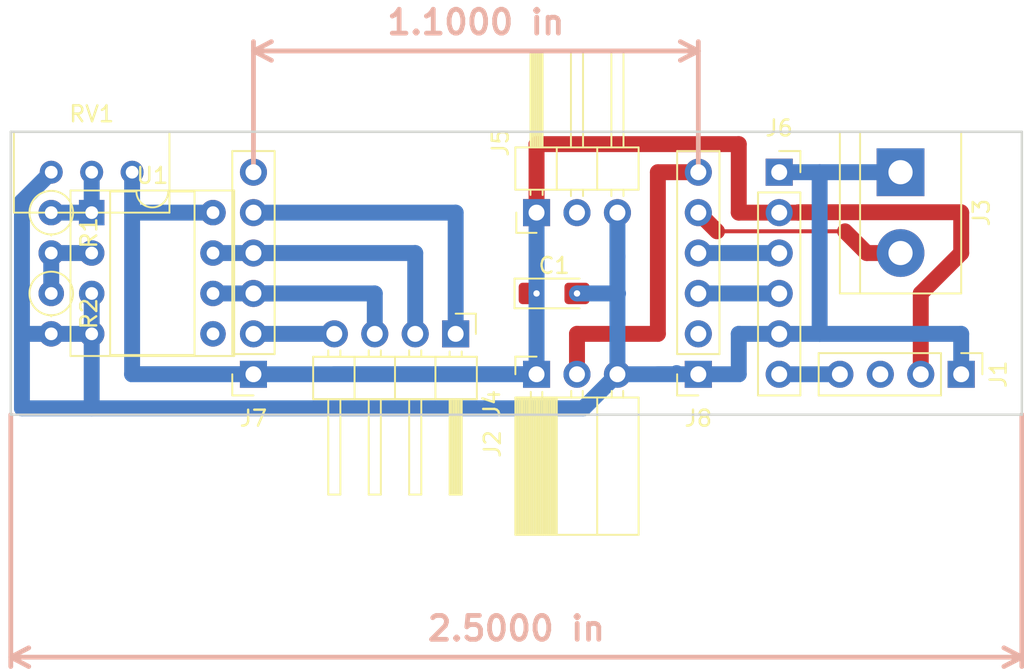
<source format=kicad_pcb>
(kicad_pcb (version 20171130) (host pcbnew "(5.0.1-3-g963ef8bb5)")

  (general
    (thickness 1.6)
    (drawings 6)
    (tracks 71)
    (zones 0)
    (modules 13)
    (nets 15)
  )

  (page A4)
  (layers
    (0 F.Cu signal)
    (31 B.Cu signal)
    (32 B.Adhes user)
    (33 F.Adhes user)
    (34 B.Paste user)
    (35 F.Paste user)
    (36 B.SilkS user)
    (37 F.SilkS user)
    (38 B.Mask user)
    (39 F.Mask user)
    (40 Dwgs.User user)
    (41 Cmts.User user)
    (42 Eco1.User user)
    (43 Eco2.User user)
    (44 Edge.Cuts user)
    (45 Margin user)
    (46 B.CrtYd user)
    (47 F.CrtYd user)
    (48 B.Fab user)
    (49 F.Fab user)
  )

  (setup
    (last_trace_width 1)
    (trace_clearance 0.2)
    (zone_clearance 0.508)
    (zone_45_only no)
    (trace_min 0.2)
    (segment_width 0.2)
    (edge_width 0.15)
    (via_size 0.8)
    (via_drill 0.4)
    (via_min_size 0.4)
    (via_min_drill 0.3)
    (uvia_size 0.3)
    (uvia_drill 0.1)
    (uvias_allowed no)
    (uvia_min_size 0.2)
    (uvia_min_drill 0.1)
    (pcb_text_width 0.3)
    (pcb_text_size 1.5 1.5)
    (mod_edge_width 0.15)
    (mod_text_size 1 1)
    (mod_text_width 0.15)
    (pad_size 1.524 1.524)
    (pad_drill 0.762)
    (pad_to_mask_clearance 0.051)
    (solder_mask_min_width 0.25)
    (aux_axis_origin 0 0)
    (visible_elements FFFFFF7F)
    (pcbplotparams
      (layerselection 0x010fc_ffffffff)
      (usegerberextensions false)
      (usegerberattributes false)
      (usegerberadvancedattributes false)
      (creategerberjobfile false)
      (excludeedgelayer true)
      (linewidth 0.100000)
      (plotframeref false)
      (viasonmask false)
      (mode 1)
      (useauxorigin false)
      (hpglpennumber 1)
      (hpglpenspeed 20)
      (hpglpendiameter 15.000000)
      (psnegative false)
      (psa4output false)
      (plotreference true)
      (plotvalue true)
      (plotinvisibletext false)
      (padsonsilk false)
      (subtractmaskfromsilk false)
      (outputformat 1)
      (mirror false)
      (drillshape 1)
      (scaleselection 1)
      (outputdirectory ""))
  )

  (net 0 "")
  (net 1 +3V3)
  (net 2 GND)
  (net 3 GPIO5)
  (net 4 GPIO4)
  (net 5 MOSI)
  (net 6 MISO)
  (net 7 SCK)
  (net 8 GPIO16)
  (net 9 GPIO0)
  (net 10 GPIO2)
  (net 11 GPIO15)
  (net 12 MIC)
  (net 13 "Net-(R1-Pad1)")
  (net 14 AUD_OUT)

  (net_class Default "This is the default net class."
    (clearance 0.2)
    (trace_width 1)
    (via_dia 0.8)
    (via_drill 0.4)
    (uvia_dia 0.3)
    (uvia_drill 0.1)
    (add_net +3V3)
    (add_net AUD_OUT)
    (add_net GND)
    (add_net GPIO0)
    (add_net GPIO15)
    (add_net GPIO16)
    (add_net GPIO2)
    (add_net GPIO4)
    (add_net GPIO5)
    (add_net MIC)
    (add_net MISO)
    (add_net MOSI)
    (add_net "Net-(R1-Pad1)")
    (add_net SCK)
  )

  (module Connector_PinSocket_2.54mm:PinSocket_1x03_P2.54mm_Horizontal (layer F.Cu) (tedit 5A19A429) (tstamp 5BF6C0C5)
    (at 81.28 50.8 90)
    (descr "Through hole angled socket strip, 1x03, 2.54mm pitch, 8.51mm socket length, single row (from Kicad 4.0.7), script generated")
    (tags "Through hole angled socket strip THT 1x03 2.54mm single row")
    (path /5BF5F34C)
    (fp_text reference J2 (at -4.38 -2.77 90) (layer F.SilkS)
      (effects (font (size 1 1) (thickness 0.15)))
    )
    (fp_text value LOCK (at -4.38 7.85 90) (layer F.Fab)
      (effects (font (size 1 1) (thickness 0.15)))
    )
    (fp_line (start -10.03 -1.27) (end -2.49 -1.27) (layer F.Fab) (width 0.1))
    (fp_line (start -2.49 -1.27) (end -1.52 -0.3) (layer F.Fab) (width 0.1))
    (fp_line (start -1.52 -0.3) (end -1.52 6.35) (layer F.Fab) (width 0.1))
    (fp_line (start -1.52 6.35) (end -10.03 6.35) (layer F.Fab) (width 0.1))
    (fp_line (start -10.03 6.35) (end -10.03 -1.27) (layer F.Fab) (width 0.1))
    (fp_line (start 0 -0.3) (end -1.52 -0.3) (layer F.Fab) (width 0.1))
    (fp_line (start -1.52 0.3) (end 0 0.3) (layer F.Fab) (width 0.1))
    (fp_line (start 0 0.3) (end 0 -0.3) (layer F.Fab) (width 0.1))
    (fp_line (start 0 2.24) (end -1.52 2.24) (layer F.Fab) (width 0.1))
    (fp_line (start -1.52 2.84) (end 0 2.84) (layer F.Fab) (width 0.1))
    (fp_line (start 0 2.84) (end 0 2.24) (layer F.Fab) (width 0.1))
    (fp_line (start 0 4.78) (end -1.52 4.78) (layer F.Fab) (width 0.1))
    (fp_line (start -1.52 5.38) (end 0 5.38) (layer F.Fab) (width 0.1))
    (fp_line (start 0 5.38) (end 0 4.78) (layer F.Fab) (width 0.1))
    (fp_line (start -10.09 -1.21) (end -1.46 -1.21) (layer F.SilkS) (width 0.12))
    (fp_line (start -10.09 -1.091905) (end -1.46 -1.091905) (layer F.SilkS) (width 0.12))
    (fp_line (start -10.09 -0.97381) (end -1.46 -0.97381) (layer F.SilkS) (width 0.12))
    (fp_line (start -10.09 -0.855715) (end -1.46 -0.855715) (layer F.SilkS) (width 0.12))
    (fp_line (start -10.09 -0.73762) (end -1.46 -0.73762) (layer F.SilkS) (width 0.12))
    (fp_line (start -10.09 -0.619525) (end -1.46 -0.619525) (layer F.SilkS) (width 0.12))
    (fp_line (start -10.09 -0.50143) (end -1.46 -0.50143) (layer F.SilkS) (width 0.12))
    (fp_line (start -10.09 -0.383335) (end -1.46 -0.383335) (layer F.SilkS) (width 0.12))
    (fp_line (start -10.09 -0.26524) (end -1.46 -0.26524) (layer F.SilkS) (width 0.12))
    (fp_line (start -10.09 -0.147145) (end -1.46 -0.147145) (layer F.SilkS) (width 0.12))
    (fp_line (start -10.09 -0.02905) (end -1.46 -0.02905) (layer F.SilkS) (width 0.12))
    (fp_line (start -10.09 0.089045) (end -1.46 0.089045) (layer F.SilkS) (width 0.12))
    (fp_line (start -10.09 0.20714) (end -1.46 0.20714) (layer F.SilkS) (width 0.12))
    (fp_line (start -10.09 0.325235) (end -1.46 0.325235) (layer F.SilkS) (width 0.12))
    (fp_line (start -10.09 0.44333) (end -1.46 0.44333) (layer F.SilkS) (width 0.12))
    (fp_line (start -10.09 0.561425) (end -1.46 0.561425) (layer F.SilkS) (width 0.12))
    (fp_line (start -10.09 0.67952) (end -1.46 0.67952) (layer F.SilkS) (width 0.12))
    (fp_line (start -10.09 0.797615) (end -1.46 0.797615) (layer F.SilkS) (width 0.12))
    (fp_line (start -10.09 0.91571) (end -1.46 0.91571) (layer F.SilkS) (width 0.12))
    (fp_line (start -10.09 1.033805) (end -1.46 1.033805) (layer F.SilkS) (width 0.12))
    (fp_line (start -10.09 1.1519) (end -1.46 1.1519) (layer F.SilkS) (width 0.12))
    (fp_line (start -1.46 -0.36) (end -1.11 -0.36) (layer F.SilkS) (width 0.12))
    (fp_line (start -1.46 0.36) (end -1.11 0.36) (layer F.SilkS) (width 0.12))
    (fp_line (start -1.46 2.18) (end -1.05 2.18) (layer F.SilkS) (width 0.12))
    (fp_line (start -1.46 2.9) (end -1.05 2.9) (layer F.SilkS) (width 0.12))
    (fp_line (start -1.46 4.72) (end -1.05 4.72) (layer F.SilkS) (width 0.12))
    (fp_line (start -1.46 5.44) (end -1.05 5.44) (layer F.SilkS) (width 0.12))
    (fp_line (start -10.09 1.27) (end -1.46 1.27) (layer F.SilkS) (width 0.12))
    (fp_line (start -10.09 3.81) (end -1.46 3.81) (layer F.SilkS) (width 0.12))
    (fp_line (start -10.09 -1.33) (end -1.46 -1.33) (layer F.SilkS) (width 0.12))
    (fp_line (start -1.46 -1.33) (end -1.46 6.41) (layer F.SilkS) (width 0.12))
    (fp_line (start -10.09 6.41) (end -1.46 6.41) (layer F.SilkS) (width 0.12))
    (fp_line (start -10.09 -1.33) (end -10.09 6.41) (layer F.SilkS) (width 0.12))
    (fp_line (start 1.11 -1.33) (end 1.11 0) (layer F.SilkS) (width 0.12))
    (fp_line (start 0 -1.33) (end 1.11 -1.33) (layer F.SilkS) (width 0.12))
    (fp_line (start 1.75 -1.8) (end -10.55 -1.8) (layer F.CrtYd) (width 0.05))
    (fp_line (start -10.55 -1.8) (end -10.55 6.85) (layer F.CrtYd) (width 0.05))
    (fp_line (start -10.55 6.85) (end 1.75 6.85) (layer F.CrtYd) (width 0.05))
    (fp_line (start 1.75 6.85) (end 1.75 -1.8) (layer F.CrtYd) (width 0.05))
    (fp_text user %R (at -5.775 2.54 90) (layer F.Fab)
      (effects (font (size 1 1) (thickness 0.15)))
    )
    (pad 1 thru_hole rect (at 0 0 90) (size 1.7 1.7) (drill 1) (layers *.Cu *.Mask)
      (net 1 +3V3))
    (pad 2 thru_hole oval (at 0 2.54 90) (size 1.7 1.7) (drill 1) (layers *.Cu *.Mask)
      (net 3 GPIO5))
    (pad 3 thru_hole oval (at 0 5.08 90) (size 1.7 1.7) (drill 1) (layers *.Cu *.Mask)
      (net 2 GND))
    (model ${KISYS3DMOD}/Connector_PinSocket_2.54mm.3dshapes/PinSocket_1x03_P2.54mm_Horizontal.wrl
      (at (xyz 0 0 0))
      (scale (xyz 1 1 1))
      (rotate (xyz 0 0 0))
    )
  )

  (module TerminalBlock:TerminalBlock_bornier-2_P5.08mm (layer F.Cu) (tedit 59FF03AB) (tstamp 5BF6C0DA)
    (at 104.14 38.1 270)
    (descr "simple 2-pin terminal block, pitch 5.08mm, revamped version of bornier2")
    (tags "terminal block bornier2")
    (path /5BF7A932)
    (fp_text reference J3 (at 2.54 -5.08 270) (layer F.SilkS)
      (effects (font (size 1 1) (thickness 0.15)))
    )
    (fp_text value "DOOR BELL BUTTON" (at 2.54 5.08 270) (layer F.Fab)
      (effects (font (size 1 1) (thickness 0.15)))
    )
    (fp_text user %R (at 2.54 0 270) (layer F.Fab)
      (effects (font (size 1 1) (thickness 0.15)))
    )
    (fp_line (start -2.41 2.55) (end 7.49 2.55) (layer F.Fab) (width 0.1))
    (fp_line (start -2.46 -3.75) (end -2.46 3.75) (layer F.Fab) (width 0.1))
    (fp_line (start -2.46 3.75) (end 7.54 3.75) (layer F.Fab) (width 0.1))
    (fp_line (start 7.54 3.75) (end 7.54 -3.75) (layer F.Fab) (width 0.1))
    (fp_line (start 7.54 -3.75) (end -2.46 -3.75) (layer F.Fab) (width 0.1))
    (fp_line (start 7.62 2.54) (end -2.54 2.54) (layer F.SilkS) (width 0.12))
    (fp_line (start 7.62 3.81) (end 7.62 -3.81) (layer F.SilkS) (width 0.12))
    (fp_line (start 7.62 -3.81) (end -2.54 -3.81) (layer F.SilkS) (width 0.12))
    (fp_line (start -2.54 -3.81) (end -2.54 3.81) (layer F.SilkS) (width 0.12))
    (fp_line (start -2.54 3.81) (end 7.62 3.81) (layer F.SilkS) (width 0.12))
    (fp_line (start -2.71 -4) (end 7.79 -4) (layer F.CrtYd) (width 0.05))
    (fp_line (start -2.71 -4) (end -2.71 4) (layer F.CrtYd) (width 0.05))
    (fp_line (start 7.79 4) (end 7.79 -4) (layer F.CrtYd) (width 0.05))
    (fp_line (start 7.79 4) (end -2.71 4) (layer F.CrtYd) (width 0.05))
    (pad 1 thru_hole rect (at 0 0 270) (size 3 3) (drill 1.52) (layers *.Cu *.Mask)
      (net 2 GND))
    (pad 2 thru_hole circle (at 5.08 0 270) (size 3 3) (drill 1.52) (layers *.Cu *.Mask)
      (net 4 GPIO4))
    (model ${KISYS3DMOD}/TerminalBlock.3dshapes/TerminalBlock_bornier-2_P5.08mm.wrl
      (offset (xyz 2.539999961853027 0 0))
      (scale (xyz 1 1 1))
      (rotate (xyz 0 0 0))
    )
  )

  (module Connector_PinSocket_2.54mm:PinSocket_1x06_P2.54mm_Vertical (layer F.Cu) (tedit 5A19A430) (tstamp 5BF6CFFD)
    (at 96.52 38.1)
    (descr "Through hole straight socket strip, 1x06, 2.54mm pitch, single row (from Kicad 4.0.7), script generated")
    (tags "Through hole socket strip THT 1x06 2.54mm single row")
    (path /5BF70820)
    (fp_text reference J6 (at 0 -2.77) (layer F.SilkS)
      (effects (font (size 1 1) (thickness 0.15)))
    )
    (fp_text value "MCP4725 breakout" (at 0 15.47) (layer F.Fab)
      (effects (font (size 1 1) (thickness 0.15)))
    )
    (fp_line (start -1.27 -1.27) (end 0.635 -1.27) (layer F.Fab) (width 0.1))
    (fp_line (start 0.635 -1.27) (end 1.27 -0.635) (layer F.Fab) (width 0.1))
    (fp_line (start 1.27 -0.635) (end 1.27 13.97) (layer F.Fab) (width 0.1))
    (fp_line (start 1.27 13.97) (end -1.27 13.97) (layer F.Fab) (width 0.1))
    (fp_line (start -1.27 13.97) (end -1.27 -1.27) (layer F.Fab) (width 0.1))
    (fp_line (start -1.33 1.27) (end 1.33 1.27) (layer F.SilkS) (width 0.12))
    (fp_line (start -1.33 1.27) (end -1.33 14.03) (layer F.SilkS) (width 0.12))
    (fp_line (start -1.33 14.03) (end 1.33 14.03) (layer F.SilkS) (width 0.12))
    (fp_line (start 1.33 1.27) (end 1.33 14.03) (layer F.SilkS) (width 0.12))
    (fp_line (start 1.33 -1.33) (end 1.33 0) (layer F.SilkS) (width 0.12))
    (fp_line (start 0 -1.33) (end 1.33 -1.33) (layer F.SilkS) (width 0.12))
    (fp_line (start -1.8 -1.8) (end 1.75 -1.8) (layer F.CrtYd) (width 0.05))
    (fp_line (start 1.75 -1.8) (end 1.75 14.45) (layer F.CrtYd) (width 0.05))
    (fp_line (start 1.75 14.45) (end -1.8 14.45) (layer F.CrtYd) (width 0.05))
    (fp_line (start -1.8 14.45) (end -1.8 -1.8) (layer F.CrtYd) (width 0.05))
    (fp_text user %R (at 0 6.35 90) (layer F.Fab)
      (effects (font (size 1 1) (thickness 0.15)))
    )
    (pad 1 thru_hole rect (at 0 0) (size 1.7 1.7) (drill 1) (layers *.Cu *.Mask)
      (net 2 GND))
    (pad 2 thru_hole oval (at 0 2.54) (size 1.7 1.7) (drill 1) (layers *.Cu *.Mask)
      (net 1 +3V3))
    (pad 3 thru_hole oval (at 0 5.08) (size 1.7 1.7) (drill 1) (layers *.Cu *.Mask)
      (net 9 GPIO0))
    (pad 4 thru_hole oval (at 0 7.62) (size 1.7 1.7) (drill 1) (layers *.Cu *.Mask)
      (net 10 GPIO2))
    (pad 5 thru_hole oval (at 0 10.16) (size 1.7 1.7) (drill 1) (layers *.Cu *.Mask)
      (net 2 GND))
    (pad 6 thru_hole oval (at 0 12.7) (size 1.7 1.7) (drill 1) (layers *.Cu *.Mask)
      (net 14 AUD_OUT))
    (model ${KISYS3DMOD}/Connector_PinSocket_2.54mm.3dshapes/PinSocket_1x06_P2.54mm_Vertical.wrl
      (at (xyz 0 0 0))
      (scale (xyz 1 1 1))
      (rotate (xyz 0 0 0))
    )
  )

  (module Connector_PinSocket_2.54mm:PinSocket_1x06_P2.54mm_Vertical (layer F.Cu) (tedit 5A19A430) (tstamp 5BF6C13D)
    (at 63.5 50.8 180)
    (descr "Through hole straight socket strip, 1x06, 2.54mm pitch, single row (from Kicad 4.0.7), script generated")
    (tags "Through hole socket strip THT 1x06 2.54mm single row")
    (path /5BF5F845)
    (fp_text reference J7 (at 0 -2.77 180) (layer F.SilkS)
      (effects (font (size 1 1) (thickness 0.15)))
    )
    (fp_text value ESP-12/A (at 0 15.47 180) (layer F.Fab)
      (effects (font (size 1 1) (thickness 0.15)))
    )
    (fp_line (start -1.27 -1.27) (end 0.635 -1.27) (layer F.Fab) (width 0.1))
    (fp_line (start 0.635 -1.27) (end 1.27 -0.635) (layer F.Fab) (width 0.1))
    (fp_line (start 1.27 -0.635) (end 1.27 13.97) (layer F.Fab) (width 0.1))
    (fp_line (start 1.27 13.97) (end -1.27 13.97) (layer F.Fab) (width 0.1))
    (fp_line (start -1.27 13.97) (end -1.27 -1.27) (layer F.Fab) (width 0.1))
    (fp_line (start -1.33 1.27) (end 1.33 1.27) (layer F.SilkS) (width 0.12))
    (fp_line (start -1.33 1.27) (end -1.33 14.03) (layer F.SilkS) (width 0.12))
    (fp_line (start -1.33 14.03) (end 1.33 14.03) (layer F.SilkS) (width 0.12))
    (fp_line (start 1.33 1.27) (end 1.33 14.03) (layer F.SilkS) (width 0.12))
    (fp_line (start 1.33 -1.33) (end 1.33 0) (layer F.SilkS) (width 0.12))
    (fp_line (start 0 -1.33) (end 1.33 -1.33) (layer F.SilkS) (width 0.12))
    (fp_line (start -1.8 -1.8) (end 1.75 -1.8) (layer F.CrtYd) (width 0.05))
    (fp_line (start 1.75 -1.8) (end 1.75 14.45) (layer F.CrtYd) (width 0.05))
    (fp_line (start 1.75 14.45) (end -1.8 14.45) (layer F.CrtYd) (width 0.05))
    (fp_line (start -1.8 14.45) (end -1.8 -1.8) (layer F.CrtYd) (width 0.05))
    (fp_text user %R (at 0 6.35 270) (layer F.Fab)
      (effects (font (size 1 1) (thickness 0.15)))
    )
    (pad 1 thru_hole rect (at 0 0 180) (size 1.7 1.7) (drill 1) (layers *.Cu *.Mask)
      (net 1 +3V3))
    (pad 2 thru_hole oval (at 0 2.54 180) (size 1.7 1.7) (drill 1) (layers *.Cu *.Mask)
      (net 5 MOSI))
    (pad 3 thru_hole oval (at 0 5.08 180) (size 1.7 1.7) (drill 1) (layers *.Cu *.Mask)
      (net 6 MISO))
    (pad 4 thru_hole oval (at 0 7.62 180) (size 1.7 1.7) (drill 1) (layers *.Cu *.Mask)
      (net 7 SCK))
    (pad 5 thru_hole oval (at 0 10.16 180) (size 1.7 1.7) (drill 1) (layers *.Cu *.Mask)
      (net 8 GPIO16))
    (pad 6 thru_hole oval (at 0 12.7 180) (size 1.7 1.7) (drill 1) (layers *.Cu *.Mask))
    (model ${KISYS3DMOD}/Connector_PinSocket_2.54mm.3dshapes/PinSocket_1x06_P2.54mm_Vertical.wrl
      (at (xyz 0 0 0))
      (scale (xyz 1 1 1))
      (rotate (xyz 0 0 0))
    )
  )

  (module Connector_PinSocket_2.54mm:PinSocket_1x06_P2.54mm_Vertical (layer F.Cu) (tedit 5A19A430) (tstamp 5BF6CC71)
    (at 91.44 50.8 180)
    (descr "Through hole straight socket strip, 1x06, 2.54mm pitch, single row (from Kicad 4.0.7), script generated")
    (tags "Through hole socket strip THT 1x06 2.54mm single row")
    (path /5BF5F98D)
    (fp_text reference J8 (at 0 -2.77 180) (layer F.SilkS)
      (effects (font (size 1 1) (thickness 0.15)))
    )
    (fp_text value ESP-12/B (at 0 15.47 180) (layer F.Fab)
      (effects (font (size 1 1) (thickness 0.15)))
    )
    (fp_text user %R (at 0 6.35 270) (layer F.Fab)
      (effects (font (size 1 1) (thickness 0.15)))
    )
    (fp_line (start -1.8 14.45) (end -1.8 -1.8) (layer F.CrtYd) (width 0.05))
    (fp_line (start 1.75 14.45) (end -1.8 14.45) (layer F.CrtYd) (width 0.05))
    (fp_line (start 1.75 -1.8) (end 1.75 14.45) (layer F.CrtYd) (width 0.05))
    (fp_line (start -1.8 -1.8) (end 1.75 -1.8) (layer F.CrtYd) (width 0.05))
    (fp_line (start 0 -1.33) (end 1.33 -1.33) (layer F.SilkS) (width 0.12))
    (fp_line (start 1.33 -1.33) (end 1.33 0) (layer F.SilkS) (width 0.12))
    (fp_line (start 1.33 1.27) (end 1.33 14.03) (layer F.SilkS) (width 0.12))
    (fp_line (start -1.33 14.03) (end 1.33 14.03) (layer F.SilkS) (width 0.12))
    (fp_line (start -1.33 1.27) (end -1.33 14.03) (layer F.SilkS) (width 0.12))
    (fp_line (start -1.33 1.27) (end 1.33 1.27) (layer F.SilkS) (width 0.12))
    (fp_line (start -1.27 13.97) (end -1.27 -1.27) (layer F.Fab) (width 0.1))
    (fp_line (start 1.27 13.97) (end -1.27 13.97) (layer F.Fab) (width 0.1))
    (fp_line (start 1.27 -0.635) (end 1.27 13.97) (layer F.Fab) (width 0.1))
    (fp_line (start 0.635 -1.27) (end 1.27 -0.635) (layer F.Fab) (width 0.1))
    (fp_line (start -1.27 -1.27) (end 0.635 -1.27) (layer F.Fab) (width 0.1))
    (pad 6 thru_hole oval (at 0 12.7 180) (size 1.7 1.7) (drill 1) (layers *.Cu *.Mask)
      (net 3 GPIO5))
    (pad 5 thru_hole oval (at 0 10.16 180) (size 1.7 1.7) (drill 1) (layers *.Cu *.Mask)
      (net 4 GPIO4))
    (pad 4 thru_hole oval (at 0 7.62 180) (size 1.7 1.7) (drill 1) (layers *.Cu *.Mask)
      (net 9 GPIO0))
    (pad 3 thru_hole oval (at 0 5.08 180) (size 1.7 1.7) (drill 1) (layers *.Cu *.Mask)
      (net 10 GPIO2))
    (pad 2 thru_hole oval (at 0 2.54 180) (size 1.7 1.7) (drill 1) (layers *.Cu *.Mask)
      (net 11 GPIO15))
    (pad 1 thru_hole rect (at 0 0 180) (size 1.7 1.7) (drill 1) (layers *.Cu *.Mask)
      (net 2 GND))
    (model ${KISYS3DMOD}/Connector_PinSocket_2.54mm.3dshapes/PinSocket_1x06_P2.54mm_Vertical.wrl
      (at (xyz 0 0 0))
      (scale (xyz 1 1 1))
      (rotate (xyz 0 0 0))
    )
  )

  (module Resistor_THT:R_Axial_DIN0207_L6.3mm_D2.5mm_P2.54mm_Vertical (layer F.Cu) (tedit 5AE5139B) (tstamp 5BF6DC80)
    (at 50.8 40.64 270)
    (descr "Resistor, Axial_DIN0207 series, Axial, Vertical, pin pitch=2.54mm, 0.25W = 1/4W, length*diameter=6.3*2.5mm^2, http://cdn-reichelt.de/documents/datenblatt/B400/1_4W%23YAG.pdf")
    (tags "Resistor Axial_DIN0207 series Axial Vertical pin pitch 2.54mm 0.25W = 1/4W length 6.3mm diameter 2.5mm")
    (path /5BF6CA76)
    (fp_text reference R1 (at 1.27 -2.37 270) (layer F.SilkS)
      (effects (font (size 1 1) (thickness 0.15)))
    )
    (fp_text value 100k (at 1.27 2.37 270) (layer F.Fab)
      (effects (font (size 1 1) (thickness 0.15)))
    )
    (fp_text user %R (at 1.27 -2.37 270) (layer F.Fab)
      (effects (font (size 1 1) (thickness 0.15)))
    )
    (fp_line (start 3.59 -1.5) (end -1.5 -1.5) (layer F.CrtYd) (width 0.05))
    (fp_line (start 3.59 1.5) (end 3.59 -1.5) (layer F.CrtYd) (width 0.05))
    (fp_line (start -1.5 1.5) (end 3.59 1.5) (layer F.CrtYd) (width 0.05))
    (fp_line (start -1.5 -1.5) (end -1.5 1.5) (layer F.CrtYd) (width 0.05))
    (fp_line (start 1.37 0) (end 1.44 0) (layer F.SilkS) (width 0.12))
    (fp_line (start 0 0) (end 2.54 0) (layer F.Fab) (width 0.1))
    (fp_circle (center 0 0) (end 1.37 0) (layer F.SilkS) (width 0.12))
    (fp_circle (center 0 0) (end 1.25 0) (layer F.Fab) (width 0.1))
    (pad 2 thru_hole oval (at 2.54 0 270) (size 1.6 1.6) (drill 0.8) (layers *.Cu *.Mask)
      (net 12 MIC))
    (pad 1 thru_hole circle (at 0 0 270) (size 1.6 1.6) (drill 0.8) (layers *.Cu *.Mask)
      (net 13 "Net-(R1-Pad1)"))
    (model ${KISYS3DMOD}/Resistor_THT.3dshapes/R_Axial_DIN0207_L6.3mm_D2.5mm_P2.54mm_Vertical.wrl
      (at (xyz 0 0 0))
      (scale (xyz 1 1 1))
      (rotate (xyz 0 0 0))
    )
  )

  (module Resistor_THT:R_Axial_DIN0207_L6.3mm_D2.5mm_P2.54mm_Vertical (layer F.Cu) (tedit 5AE5139B) (tstamp 5BF6DC56)
    (at 50.8 45.72 270)
    (descr "Resistor, Axial_DIN0207 series, Axial, Vertical, pin pitch=2.54mm, 0.25W = 1/4W, length*diameter=6.3*2.5mm^2, http://cdn-reichelt.de/documents/datenblatt/B400/1_4W%23YAG.pdf")
    (tags "Resistor Axial_DIN0207 series Axial Vertical pin pitch 2.54mm 0.25W = 1/4W length 6.3mm diameter 2.5mm")
    (path /5BF6C988)
    (fp_text reference R2 (at 1.27 -2.37 270) (layer F.SilkS)
      (effects (font (size 1 1) (thickness 0.15)))
    )
    (fp_text value 100k (at 1.27 2.37 270) (layer F.Fab)
      (effects (font (size 1 1) (thickness 0.15)))
    )
    (fp_circle (center 0 0) (end 1.25 0) (layer F.Fab) (width 0.1))
    (fp_circle (center 0 0) (end 1.37 0) (layer F.SilkS) (width 0.12))
    (fp_line (start 0 0) (end 2.54 0) (layer F.Fab) (width 0.1))
    (fp_line (start 1.37 0) (end 1.44 0) (layer F.SilkS) (width 0.12))
    (fp_line (start -1.5 -1.5) (end -1.5 1.5) (layer F.CrtYd) (width 0.05))
    (fp_line (start -1.5 1.5) (end 3.59 1.5) (layer F.CrtYd) (width 0.05))
    (fp_line (start 3.59 1.5) (end 3.59 -1.5) (layer F.CrtYd) (width 0.05))
    (fp_line (start 3.59 -1.5) (end -1.5 -1.5) (layer F.CrtYd) (width 0.05))
    (fp_text user %R (at 1.27 -2.37 270) (layer F.Fab)
      (effects (font (size 1 1) (thickness 0.15)))
    )
    (pad 1 thru_hole circle (at 0 0 270) (size 1.6 1.6) (drill 0.8) (layers *.Cu *.Mask)
      (net 12 MIC))
    (pad 2 thru_hole oval (at 2.54 0 270) (size 1.6 1.6) (drill 0.8) (layers *.Cu *.Mask)
      (net 2 GND))
    (model ${KISYS3DMOD}/Resistor_THT.3dshapes/R_Axial_DIN0207_L6.3mm_D2.5mm_P2.54mm_Vertical.wrl
      (at (xyz 0 0 0))
      (scale (xyz 1 1 1))
      (rotate (xyz 0 0 0))
    )
  )

  (module Potentiometer_THT:Potentiometer_Bourns_3296W_Vertical (layer F.Cu) (tedit 5A3D4994) (tstamp 5BF6DAAA)
    (at 55.88 38.1)
    (descr "Potentiometer, vertical, Bourns 3296W, https://www.bourns.com/pdfs/3296.pdf")
    (tags "Potentiometer vertical Bourns 3296W")
    (path /5BF6D4B4)
    (fp_text reference RV1 (at -2.54 -3.66) (layer F.SilkS)
      (effects (font (size 1 1) (thickness 0.15)))
    )
    (fp_text value 10k (at -2.54 3.67) (layer F.Fab)
      (effects (font (size 1 1) (thickness 0.15)))
    )
    (fp_circle (center 0.955 1.15) (end 2.05 1.15) (layer F.Fab) (width 0.1))
    (fp_line (start -7.305 -2.41) (end -7.305 2.42) (layer F.Fab) (width 0.1))
    (fp_line (start -7.305 2.42) (end 2.225 2.42) (layer F.Fab) (width 0.1))
    (fp_line (start 2.225 2.42) (end 2.225 -2.41) (layer F.Fab) (width 0.1))
    (fp_line (start 2.225 -2.41) (end -7.305 -2.41) (layer F.Fab) (width 0.1))
    (fp_line (start 0.955 2.235) (end 0.956 0.066) (layer F.Fab) (width 0.1))
    (fp_line (start 0.955 2.235) (end 0.956 0.066) (layer F.Fab) (width 0.1))
    (fp_line (start -7.425 -2.53) (end 2.345 -2.53) (layer F.SilkS) (width 0.12))
    (fp_line (start -7.425 2.54) (end 2.345 2.54) (layer F.SilkS) (width 0.12))
    (fp_line (start -7.425 -2.53) (end -7.425 2.54) (layer F.SilkS) (width 0.12))
    (fp_line (start 2.345 -2.53) (end 2.345 2.54) (layer F.SilkS) (width 0.12))
    (fp_line (start -7.6 -2.7) (end -7.6 2.7) (layer F.CrtYd) (width 0.05))
    (fp_line (start -7.6 2.7) (end 2.5 2.7) (layer F.CrtYd) (width 0.05))
    (fp_line (start 2.5 2.7) (end 2.5 -2.7) (layer F.CrtYd) (width 0.05))
    (fp_line (start 2.5 -2.7) (end -7.6 -2.7) (layer F.CrtYd) (width 0.05))
    (fp_text user %R (at -3.175 0.005) (layer F.Fab)
      (effects (font (size 1 1) (thickness 0.15)))
    )
    (pad 1 thru_hole circle (at 0 0) (size 1.44 1.44) (drill 0.8) (layers *.Cu *.Mask)
      (net 1 +3V3))
    (pad 2 thru_hole circle (at -2.54 0) (size 1.44 1.44) (drill 0.8) (layers *.Cu *.Mask)
      (net 13 "Net-(R1-Pad1)"))
    (pad 3 thru_hole circle (at -5.08 0) (size 1.44 1.44) (drill 0.8) (layers *.Cu *.Mask)
      (net 2 GND))
    (model ${KISYS3DMOD}/Potentiometer_THT.3dshapes/Potentiometer_Bourns_3296W_Vertical.wrl
      (at (xyz 0 0 0))
      (scale (xyz 1 1 1))
      (rotate (xyz 0 0 0))
    )
  )

  (module Package_DIP:DIP-8_W7.62mm_Socket (layer F.Cu) (tedit 5A02E8C5) (tstamp 5BF6D2B1)
    (at 53.34 40.64)
    (descr "8-lead though-hole mounted DIP package, row spacing 7.62 mm (300 mils), Socket")
    (tags "THT DIP DIL PDIP 2.54mm 7.62mm 300mil Socket")
    (path /5BF6B0D1)
    (fp_text reference U1 (at 3.81 -2.33) (layer F.SilkS)
      (effects (font (size 1 1) (thickness 0.15)))
    )
    (fp_text value MCP3201/TLC549IP (at 3.81 9.95) (layer F.Fab)
      (effects (font (size 1 1) (thickness 0.15)))
    )
    (fp_arc (start 3.81 -1.33) (end 2.81 -1.33) (angle -180) (layer F.SilkS) (width 0.12))
    (fp_line (start 1.635 -1.27) (end 6.985 -1.27) (layer F.Fab) (width 0.1))
    (fp_line (start 6.985 -1.27) (end 6.985 8.89) (layer F.Fab) (width 0.1))
    (fp_line (start 6.985 8.89) (end 0.635 8.89) (layer F.Fab) (width 0.1))
    (fp_line (start 0.635 8.89) (end 0.635 -0.27) (layer F.Fab) (width 0.1))
    (fp_line (start 0.635 -0.27) (end 1.635 -1.27) (layer F.Fab) (width 0.1))
    (fp_line (start -1.27 -1.33) (end -1.27 8.95) (layer F.Fab) (width 0.1))
    (fp_line (start -1.27 8.95) (end 8.89 8.95) (layer F.Fab) (width 0.1))
    (fp_line (start 8.89 8.95) (end 8.89 -1.33) (layer F.Fab) (width 0.1))
    (fp_line (start 8.89 -1.33) (end -1.27 -1.33) (layer F.Fab) (width 0.1))
    (fp_line (start 2.81 -1.33) (end 1.16 -1.33) (layer F.SilkS) (width 0.12))
    (fp_line (start 1.16 -1.33) (end 1.16 8.95) (layer F.SilkS) (width 0.12))
    (fp_line (start 1.16 8.95) (end 6.46 8.95) (layer F.SilkS) (width 0.12))
    (fp_line (start 6.46 8.95) (end 6.46 -1.33) (layer F.SilkS) (width 0.12))
    (fp_line (start 6.46 -1.33) (end 4.81 -1.33) (layer F.SilkS) (width 0.12))
    (fp_line (start -1.33 -1.39) (end -1.33 9.01) (layer F.SilkS) (width 0.12))
    (fp_line (start -1.33 9.01) (end 8.95 9.01) (layer F.SilkS) (width 0.12))
    (fp_line (start 8.95 9.01) (end 8.95 -1.39) (layer F.SilkS) (width 0.12))
    (fp_line (start 8.95 -1.39) (end -1.33 -1.39) (layer F.SilkS) (width 0.12))
    (fp_line (start -1.55 -1.6) (end -1.55 9.2) (layer F.CrtYd) (width 0.05))
    (fp_line (start -1.55 9.2) (end 9.15 9.2) (layer F.CrtYd) (width 0.05))
    (fp_line (start 9.15 9.2) (end 9.15 -1.6) (layer F.CrtYd) (width 0.05))
    (fp_line (start 9.15 -1.6) (end -1.55 -1.6) (layer F.CrtYd) (width 0.05))
    (fp_text user %R (at 3.81 3.81) (layer F.Fab)
      (effects (font (size 1 1) (thickness 0.15)))
    )
    (pad 1 thru_hole rect (at 0 0) (size 1.6 1.6) (drill 0.8) (layers *.Cu *.Mask)
      (net 13 "Net-(R1-Pad1)"))
    (pad 5 thru_hole oval (at 7.62 7.62) (size 1.6 1.6) (drill 0.8) (layers *.Cu *.Mask)
      (net 11 GPIO15))
    (pad 2 thru_hole oval (at 0 2.54) (size 1.6 1.6) (drill 0.8) (layers *.Cu *.Mask)
      (net 12 MIC))
    (pad 6 thru_hole oval (at 7.62 5.08) (size 1.6 1.6) (drill 0.8) (layers *.Cu *.Mask)
      (net 6 MISO))
    (pad 3 thru_hole oval (at 0 5.08) (size 1.6 1.6) (drill 0.8) (layers *.Cu *.Mask)
      (net 2 GND))
    (pad 7 thru_hole oval (at 7.62 2.54) (size 1.6 1.6) (drill 0.8) (layers *.Cu *.Mask)
      (net 7 SCK))
    (pad 4 thru_hole oval (at 0 7.62) (size 1.6 1.6) (drill 0.8) (layers *.Cu *.Mask)
      (net 2 GND))
    (pad 8 thru_hole oval (at 7.62 0) (size 1.6 1.6) (drill 0.8) (layers *.Cu *.Mask)
      (net 1 +3V3))
    (model ${KISYS3DMOD}/Package_DIP.3dshapes/DIP-8_W7.62mm_Socket.wrl
      (at (xyz 0 0 0))
      (scale (xyz 1 1 1))
      (rotate (xyz 0 0 0))
    )
  )

  (module Connector_PinHeader_2.54mm:PinHeader_1x04_P2.54mm_Vertical (layer F.Cu) (tedit 59FED5CC) (tstamp 5BF6C846)
    (at 107.95 50.8 270)
    (descr "Through hole straight pin header, 1x04, 2.54mm pitch, single row")
    (tags "Through hole pin header THT 1x04 2.54mm single row")
    (path /5BF6D19F)
    (fp_text reference J1 (at 0 -2.33 270) (layer F.SilkS)
      (effects (font (size 1 1) (thickness 0.15)))
    )
    (fp_text value "SPEAKER UNIT" (at 0 9.95 270) (layer F.Fab)
      (effects (font (size 1 1) (thickness 0.15)))
    )
    (fp_line (start -0.635 -1.27) (end 1.27 -1.27) (layer F.Fab) (width 0.1))
    (fp_line (start 1.27 -1.27) (end 1.27 8.89) (layer F.Fab) (width 0.1))
    (fp_line (start 1.27 8.89) (end -1.27 8.89) (layer F.Fab) (width 0.1))
    (fp_line (start -1.27 8.89) (end -1.27 -0.635) (layer F.Fab) (width 0.1))
    (fp_line (start -1.27 -0.635) (end -0.635 -1.27) (layer F.Fab) (width 0.1))
    (fp_line (start -1.33 8.95) (end 1.33 8.95) (layer F.SilkS) (width 0.12))
    (fp_line (start -1.33 1.27) (end -1.33 8.95) (layer F.SilkS) (width 0.12))
    (fp_line (start 1.33 1.27) (end 1.33 8.95) (layer F.SilkS) (width 0.12))
    (fp_line (start -1.33 1.27) (end 1.33 1.27) (layer F.SilkS) (width 0.12))
    (fp_line (start -1.33 0) (end -1.33 -1.33) (layer F.SilkS) (width 0.12))
    (fp_line (start -1.33 -1.33) (end 0 -1.33) (layer F.SilkS) (width 0.12))
    (fp_line (start -1.8 -1.8) (end -1.8 9.4) (layer F.CrtYd) (width 0.05))
    (fp_line (start -1.8 9.4) (end 1.8 9.4) (layer F.CrtYd) (width 0.05))
    (fp_line (start 1.8 9.4) (end 1.8 -1.8) (layer F.CrtYd) (width 0.05))
    (fp_line (start 1.8 -1.8) (end -1.8 -1.8) (layer F.CrtYd) (width 0.05))
    (fp_text user %R (at 0 3.81) (layer F.Fab)
      (effects (font (size 1 1) (thickness 0.15)))
    )
    (pad 1 thru_hole rect (at 0 0 270) (size 1.7 1.7) (drill 1) (layers *.Cu *.Mask)
      (net 2 GND))
    (pad 2 thru_hole oval (at 0 2.54 270) (size 1.7 1.7) (drill 1) (layers *.Cu *.Mask)
      (net 1 +3V3))
    (pad 3 thru_hole oval (at 0 5.08 270) (size 1.7 1.7) (drill 1) (layers *.Cu *.Mask)
      (net 12 MIC))
    (pad 4 thru_hole oval (at 0 7.62 270) (size 1.7 1.7) (drill 1) (layers *.Cu *.Mask)
      (net 14 AUD_OUT))
    (model ${KISYS3DMOD}/Connector_PinHeader_2.54mm.3dshapes/PinHeader_1x04_P2.54mm_Vertical.wrl
      (at (xyz 0 0 0))
      (scale (xyz 1 1 1))
      (rotate (xyz 0 0 0))
    )
  )

  (module Connector_PinHeader_2.54mm:PinHeader_1x04_P2.54mm_Horizontal (layer F.Cu) (tedit 59FED5CB) (tstamp 5C4D2B81)
    (at 76.2 48.26 270)
    (descr "Through hole angled pin header, 1x04, 2.54mm pitch, 6mm pin length, single row")
    (tags "Through hole angled pin header THT 1x04 2.54mm single row")
    (path /5BF724CE)
    (fp_text reference J4 (at 4.385 -2.27 270) (layer F.SilkS)
      (effects (font (size 1 1) (thickness 0.15)))
    )
    (fp_text value MFRC522/A (at 4.385 9.89 270) (layer F.Fab)
      (effects (font (size 1 1) (thickness 0.15)))
    )
    (fp_line (start 2.135 -1.27) (end 4.04 -1.27) (layer F.Fab) (width 0.1))
    (fp_line (start 4.04 -1.27) (end 4.04 8.89) (layer F.Fab) (width 0.1))
    (fp_line (start 4.04 8.89) (end 1.5 8.89) (layer F.Fab) (width 0.1))
    (fp_line (start 1.5 8.89) (end 1.5 -0.635) (layer F.Fab) (width 0.1))
    (fp_line (start 1.5 -0.635) (end 2.135 -1.27) (layer F.Fab) (width 0.1))
    (fp_line (start -0.32 -0.32) (end 1.5 -0.32) (layer F.Fab) (width 0.1))
    (fp_line (start -0.32 -0.32) (end -0.32 0.32) (layer F.Fab) (width 0.1))
    (fp_line (start -0.32 0.32) (end 1.5 0.32) (layer F.Fab) (width 0.1))
    (fp_line (start 4.04 -0.32) (end 10.04 -0.32) (layer F.Fab) (width 0.1))
    (fp_line (start 10.04 -0.32) (end 10.04 0.32) (layer F.Fab) (width 0.1))
    (fp_line (start 4.04 0.32) (end 10.04 0.32) (layer F.Fab) (width 0.1))
    (fp_line (start -0.32 2.22) (end 1.5 2.22) (layer F.Fab) (width 0.1))
    (fp_line (start -0.32 2.22) (end -0.32 2.86) (layer F.Fab) (width 0.1))
    (fp_line (start -0.32 2.86) (end 1.5 2.86) (layer F.Fab) (width 0.1))
    (fp_line (start 4.04 2.22) (end 10.04 2.22) (layer F.Fab) (width 0.1))
    (fp_line (start 10.04 2.22) (end 10.04 2.86) (layer F.Fab) (width 0.1))
    (fp_line (start 4.04 2.86) (end 10.04 2.86) (layer F.Fab) (width 0.1))
    (fp_line (start -0.32 4.76) (end 1.5 4.76) (layer F.Fab) (width 0.1))
    (fp_line (start -0.32 4.76) (end -0.32 5.4) (layer F.Fab) (width 0.1))
    (fp_line (start -0.32 5.4) (end 1.5 5.4) (layer F.Fab) (width 0.1))
    (fp_line (start 4.04 4.76) (end 10.04 4.76) (layer F.Fab) (width 0.1))
    (fp_line (start 10.04 4.76) (end 10.04 5.4) (layer F.Fab) (width 0.1))
    (fp_line (start 4.04 5.4) (end 10.04 5.4) (layer F.Fab) (width 0.1))
    (fp_line (start -0.32 7.3) (end 1.5 7.3) (layer F.Fab) (width 0.1))
    (fp_line (start -0.32 7.3) (end -0.32 7.94) (layer F.Fab) (width 0.1))
    (fp_line (start -0.32 7.94) (end 1.5 7.94) (layer F.Fab) (width 0.1))
    (fp_line (start 4.04 7.3) (end 10.04 7.3) (layer F.Fab) (width 0.1))
    (fp_line (start 10.04 7.3) (end 10.04 7.94) (layer F.Fab) (width 0.1))
    (fp_line (start 4.04 7.94) (end 10.04 7.94) (layer F.Fab) (width 0.1))
    (fp_line (start 1.44 -1.33) (end 1.44 8.95) (layer F.SilkS) (width 0.12))
    (fp_line (start 1.44 8.95) (end 4.1 8.95) (layer F.SilkS) (width 0.12))
    (fp_line (start 4.1 8.95) (end 4.1 -1.33) (layer F.SilkS) (width 0.12))
    (fp_line (start 4.1 -1.33) (end 1.44 -1.33) (layer F.SilkS) (width 0.12))
    (fp_line (start 4.1 -0.38) (end 10.1 -0.38) (layer F.SilkS) (width 0.12))
    (fp_line (start 10.1 -0.38) (end 10.1 0.38) (layer F.SilkS) (width 0.12))
    (fp_line (start 10.1 0.38) (end 4.1 0.38) (layer F.SilkS) (width 0.12))
    (fp_line (start 4.1 -0.32) (end 10.1 -0.32) (layer F.SilkS) (width 0.12))
    (fp_line (start 4.1 -0.2) (end 10.1 -0.2) (layer F.SilkS) (width 0.12))
    (fp_line (start 4.1 -0.08) (end 10.1 -0.08) (layer F.SilkS) (width 0.12))
    (fp_line (start 4.1 0.04) (end 10.1 0.04) (layer F.SilkS) (width 0.12))
    (fp_line (start 4.1 0.16) (end 10.1 0.16) (layer F.SilkS) (width 0.12))
    (fp_line (start 4.1 0.28) (end 10.1 0.28) (layer F.SilkS) (width 0.12))
    (fp_line (start 1.11 -0.38) (end 1.44 -0.38) (layer F.SilkS) (width 0.12))
    (fp_line (start 1.11 0.38) (end 1.44 0.38) (layer F.SilkS) (width 0.12))
    (fp_line (start 1.44 1.27) (end 4.1 1.27) (layer F.SilkS) (width 0.12))
    (fp_line (start 4.1 2.16) (end 10.1 2.16) (layer F.SilkS) (width 0.12))
    (fp_line (start 10.1 2.16) (end 10.1 2.92) (layer F.SilkS) (width 0.12))
    (fp_line (start 10.1 2.92) (end 4.1 2.92) (layer F.SilkS) (width 0.12))
    (fp_line (start 1.042929 2.16) (end 1.44 2.16) (layer F.SilkS) (width 0.12))
    (fp_line (start 1.042929 2.92) (end 1.44 2.92) (layer F.SilkS) (width 0.12))
    (fp_line (start 1.44 3.81) (end 4.1 3.81) (layer F.SilkS) (width 0.12))
    (fp_line (start 4.1 4.7) (end 10.1 4.7) (layer F.SilkS) (width 0.12))
    (fp_line (start 10.1 4.7) (end 10.1 5.46) (layer F.SilkS) (width 0.12))
    (fp_line (start 10.1 5.46) (end 4.1 5.46) (layer F.SilkS) (width 0.12))
    (fp_line (start 1.042929 4.7) (end 1.44 4.7) (layer F.SilkS) (width 0.12))
    (fp_line (start 1.042929 5.46) (end 1.44 5.46) (layer F.SilkS) (width 0.12))
    (fp_line (start 1.44 6.35) (end 4.1 6.35) (layer F.SilkS) (width 0.12))
    (fp_line (start 4.1 7.24) (end 10.1 7.24) (layer F.SilkS) (width 0.12))
    (fp_line (start 10.1 7.24) (end 10.1 8) (layer F.SilkS) (width 0.12))
    (fp_line (start 10.1 8) (end 4.1 8) (layer F.SilkS) (width 0.12))
    (fp_line (start 1.042929 7.24) (end 1.44 7.24) (layer F.SilkS) (width 0.12))
    (fp_line (start 1.042929 8) (end 1.44 8) (layer F.SilkS) (width 0.12))
    (fp_line (start -1.27 0) (end -1.27 -1.27) (layer F.SilkS) (width 0.12))
    (fp_line (start -1.27 -1.27) (end 0 -1.27) (layer F.SilkS) (width 0.12))
    (fp_line (start -1.8 -1.8) (end -1.8 9.4) (layer F.CrtYd) (width 0.05))
    (fp_line (start -1.8 9.4) (end 10.55 9.4) (layer F.CrtYd) (width 0.05))
    (fp_line (start 10.55 9.4) (end 10.55 -1.8) (layer F.CrtYd) (width 0.05))
    (fp_line (start 10.55 -1.8) (end -1.8 -1.8) (layer F.CrtYd) (width 0.05))
    (fp_text user %R (at 2.77 3.81) (layer F.Fab)
      (effects (font (size 1 1) (thickness 0.15)))
    )
    (pad 1 thru_hole rect (at 0 0 270) (size 1.7 1.7) (drill 1) (layers *.Cu *.Mask)
      (net 8 GPIO16))
    (pad 2 thru_hole oval (at 0 2.54 270) (size 1.7 1.7) (drill 1) (layers *.Cu *.Mask)
      (net 7 SCK))
    (pad 3 thru_hole oval (at 0 5.08 270) (size 1.7 1.7) (drill 1) (layers *.Cu *.Mask)
      (net 6 MISO))
    (pad 4 thru_hole oval (at 0 7.62 270) (size 1.7 1.7) (drill 1) (layers *.Cu *.Mask)
      (net 5 MOSI))
    (model ${KISYS3DMOD}/Connector_PinHeader_2.54mm.3dshapes/PinHeader_1x04_P2.54mm_Horizontal.wrl
      (at (xyz 0 0 0))
      (scale (xyz 1 1 1))
      (rotate (xyz 0 0 0))
    )
  )

  (module Connector_PinHeader_2.54mm:PinHeader_1x03_P2.54mm_Horizontal (layer F.Cu) (tedit 59FED5CB) (tstamp 5C4D2BCD)
    (at 81.28 40.64 90)
    (descr "Through hole angled pin header, 1x03, 2.54mm pitch, 6mm pin length, single row")
    (tags "Through hole angled pin header THT 1x03 2.54mm single row")
    (path /5BF74338)
    (fp_text reference J5 (at 4.385 -2.27 90) (layer F.SilkS)
      (effects (font (size 1 1) (thickness 0.15)))
    )
    (fp_text value MFRC522/B (at 4.385 7.35 90) (layer F.Fab)
      (effects (font (size 1 1) (thickness 0.15)))
    )
    (fp_line (start 2.135 -1.27) (end 4.04 -1.27) (layer F.Fab) (width 0.1))
    (fp_line (start 4.04 -1.27) (end 4.04 6.35) (layer F.Fab) (width 0.1))
    (fp_line (start 4.04 6.35) (end 1.5 6.35) (layer F.Fab) (width 0.1))
    (fp_line (start 1.5 6.35) (end 1.5 -0.635) (layer F.Fab) (width 0.1))
    (fp_line (start 1.5 -0.635) (end 2.135 -1.27) (layer F.Fab) (width 0.1))
    (fp_line (start -0.32 -0.32) (end 1.5 -0.32) (layer F.Fab) (width 0.1))
    (fp_line (start -0.32 -0.32) (end -0.32 0.32) (layer F.Fab) (width 0.1))
    (fp_line (start -0.32 0.32) (end 1.5 0.32) (layer F.Fab) (width 0.1))
    (fp_line (start 4.04 -0.32) (end 10.04 -0.32) (layer F.Fab) (width 0.1))
    (fp_line (start 10.04 -0.32) (end 10.04 0.32) (layer F.Fab) (width 0.1))
    (fp_line (start 4.04 0.32) (end 10.04 0.32) (layer F.Fab) (width 0.1))
    (fp_line (start -0.32 2.22) (end 1.5 2.22) (layer F.Fab) (width 0.1))
    (fp_line (start -0.32 2.22) (end -0.32 2.86) (layer F.Fab) (width 0.1))
    (fp_line (start -0.32 2.86) (end 1.5 2.86) (layer F.Fab) (width 0.1))
    (fp_line (start 4.04 2.22) (end 10.04 2.22) (layer F.Fab) (width 0.1))
    (fp_line (start 10.04 2.22) (end 10.04 2.86) (layer F.Fab) (width 0.1))
    (fp_line (start 4.04 2.86) (end 10.04 2.86) (layer F.Fab) (width 0.1))
    (fp_line (start -0.32 4.76) (end 1.5 4.76) (layer F.Fab) (width 0.1))
    (fp_line (start -0.32 4.76) (end -0.32 5.4) (layer F.Fab) (width 0.1))
    (fp_line (start -0.32 5.4) (end 1.5 5.4) (layer F.Fab) (width 0.1))
    (fp_line (start 4.04 4.76) (end 10.04 4.76) (layer F.Fab) (width 0.1))
    (fp_line (start 10.04 4.76) (end 10.04 5.4) (layer F.Fab) (width 0.1))
    (fp_line (start 4.04 5.4) (end 10.04 5.4) (layer F.Fab) (width 0.1))
    (fp_line (start 1.44 -1.33) (end 1.44 6.41) (layer F.SilkS) (width 0.12))
    (fp_line (start 1.44 6.41) (end 4.1 6.41) (layer F.SilkS) (width 0.12))
    (fp_line (start 4.1 6.41) (end 4.1 -1.33) (layer F.SilkS) (width 0.12))
    (fp_line (start 4.1 -1.33) (end 1.44 -1.33) (layer F.SilkS) (width 0.12))
    (fp_line (start 4.1 -0.38) (end 10.1 -0.38) (layer F.SilkS) (width 0.12))
    (fp_line (start 10.1 -0.38) (end 10.1 0.38) (layer F.SilkS) (width 0.12))
    (fp_line (start 10.1 0.38) (end 4.1 0.38) (layer F.SilkS) (width 0.12))
    (fp_line (start 4.1 -0.32) (end 10.1 -0.32) (layer F.SilkS) (width 0.12))
    (fp_line (start 4.1 -0.2) (end 10.1 -0.2) (layer F.SilkS) (width 0.12))
    (fp_line (start 4.1 -0.08) (end 10.1 -0.08) (layer F.SilkS) (width 0.12))
    (fp_line (start 4.1 0.04) (end 10.1 0.04) (layer F.SilkS) (width 0.12))
    (fp_line (start 4.1 0.16) (end 10.1 0.16) (layer F.SilkS) (width 0.12))
    (fp_line (start 4.1 0.28) (end 10.1 0.28) (layer F.SilkS) (width 0.12))
    (fp_line (start 1.11 -0.38) (end 1.44 -0.38) (layer F.SilkS) (width 0.12))
    (fp_line (start 1.11 0.38) (end 1.44 0.38) (layer F.SilkS) (width 0.12))
    (fp_line (start 1.44 1.27) (end 4.1 1.27) (layer F.SilkS) (width 0.12))
    (fp_line (start 4.1 2.16) (end 10.1 2.16) (layer F.SilkS) (width 0.12))
    (fp_line (start 10.1 2.16) (end 10.1 2.92) (layer F.SilkS) (width 0.12))
    (fp_line (start 10.1 2.92) (end 4.1 2.92) (layer F.SilkS) (width 0.12))
    (fp_line (start 1.042929 2.16) (end 1.44 2.16) (layer F.SilkS) (width 0.12))
    (fp_line (start 1.042929 2.92) (end 1.44 2.92) (layer F.SilkS) (width 0.12))
    (fp_line (start 1.44 3.81) (end 4.1 3.81) (layer F.SilkS) (width 0.12))
    (fp_line (start 4.1 4.7) (end 10.1 4.7) (layer F.SilkS) (width 0.12))
    (fp_line (start 10.1 4.7) (end 10.1 5.46) (layer F.SilkS) (width 0.12))
    (fp_line (start 10.1 5.46) (end 4.1 5.46) (layer F.SilkS) (width 0.12))
    (fp_line (start 1.042929 4.7) (end 1.44 4.7) (layer F.SilkS) (width 0.12))
    (fp_line (start 1.042929 5.46) (end 1.44 5.46) (layer F.SilkS) (width 0.12))
    (fp_line (start -1.27 0) (end -1.27 -1.27) (layer F.SilkS) (width 0.12))
    (fp_line (start -1.27 -1.27) (end 0 -1.27) (layer F.SilkS) (width 0.12))
    (fp_line (start -1.8 -1.8) (end -1.8 6.85) (layer F.CrtYd) (width 0.05))
    (fp_line (start -1.8 6.85) (end 10.55 6.85) (layer F.CrtYd) (width 0.05))
    (fp_line (start 10.55 6.85) (end 10.55 -1.8) (layer F.CrtYd) (width 0.05))
    (fp_line (start 10.55 -1.8) (end -1.8 -1.8) (layer F.CrtYd) (width 0.05))
    (fp_text user %R (at 2.77 2.54 -180) (layer F.Fab)
      (effects (font (size 1 1) (thickness 0.15)))
    )
    (pad 1 thru_hole rect (at 0 0 90) (size 1.7 1.7) (drill 1) (layers *.Cu *.Mask)
      (net 1 +3V3))
    (pad 2 thru_hole oval (at 0 2.54 90) (size 1.7 1.7) (drill 1) (layers *.Cu *.Mask)
      (net 4 GPIO4))
    (pad 3 thru_hole oval (at 0 5.08 90) (size 1.7 1.7) (drill 1) (layers *.Cu *.Mask)
      (net 2 GND))
    (model ${KISYS3DMOD}/Connector_PinHeader_2.54mm.3dshapes/PinHeader_1x03_P2.54mm_Horizontal.wrl
      (at (xyz 0 0 0))
      (scale (xyz 1 1 1))
      (rotate (xyz 0 0 0))
    )
  )

  (module Capacitor_Tantalum_SMD:CP_EIA-3216-18_Kemet-A_Pad1.58x1.35mm_HandSolder (layer F.Cu) (tedit 5B301BBE) (tstamp 5C4D35BE)
    (at 82.3825 45.72)
    (descr "Tantalum Capacitor SMD Kemet-A (3216-18 Metric), IPC_7351 nominal, (Body size from: http://www.kemet.com/Lists/ProductCatalog/Attachments/253/KEM_TC101_STD.pdf), generated with kicad-footprint-generator")
    (tags "capacitor tantalum")
    (path /5BF6F8C0)
    (attr smd)
    (fp_text reference C1 (at 0 -1.75) (layer F.SilkS)
      (effects (font (size 1 1) (thickness 0.15)))
    )
    (fp_text value 10uF (at 0 1.75) (layer F.Fab)
      (effects (font (size 1 1) (thickness 0.15)))
    )
    (fp_line (start 1.6 -0.8) (end -1.2 -0.8) (layer F.Fab) (width 0.1))
    (fp_line (start -1.2 -0.8) (end -1.6 -0.4) (layer F.Fab) (width 0.1))
    (fp_line (start -1.6 -0.4) (end -1.6 0.8) (layer F.Fab) (width 0.1))
    (fp_line (start -1.6 0.8) (end 1.6 0.8) (layer F.Fab) (width 0.1))
    (fp_line (start 1.6 0.8) (end 1.6 -0.8) (layer F.Fab) (width 0.1))
    (fp_line (start 1.6 -0.935) (end -2.485 -0.935) (layer F.SilkS) (width 0.12))
    (fp_line (start -2.485 -0.935) (end -2.485 0.935) (layer F.SilkS) (width 0.12))
    (fp_line (start -2.485 0.935) (end 1.6 0.935) (layer F.SilkS) (width 0.12))
    (fp_line (start -2.48 1.05) (end -2.48 -1.05) (layer F.CrtYd) (width 0.05))
    (fp_line (start -2.48 -1.05) (end 2.48 -1.05) (layer F.CrtYd) (width 0.05))
    (fp_line (start 2.48 -1.05) (end 2.48 1.05) (layer F.CrtYd) (width 0.05))
    (fp_line (start 2.48 1.05) (end -2.48 1.05) (layer F.CrtYd) (width 0.05))
    (fp_text user %R (at 0 0) (layer F.Fab)
      (effects (font (size 0.8 0.8) (thickness 0.12)))
    )
    (pad 1 smd roundrect (at -1.4375 0) (size 1.575 1.35) (layers F.Cu F.Paste F.Mask) (roundrect_rratio 0.185185)
      (net 1 +3V3))
    (pad 2 smd roundrect (at 1.4375 0) (size 1.575 1.35) (layers F.Cu F.Paste F.Mask) (roundrect_rratio 0.185185)
      (net 2 GND))
    (model ${KISYS3DMOD}/Capacitor_Tantalum_SMD.3dshapes/CP_EIA-3216-18_Kemet-A.wrl
      (at (xyz 0 0 0))
      (scale (xyz 1 1 1))
      (rotate (xyz 0 0 0))
    )
  )

  (dimension 63.5 (width 0.3) (layer B.SilkS)
    (gr_text "63.500 mm" (at 80.01 70.68) (layer B.SilkS)
      (effects (font (size 1.5 1.5) (thickness 0.3)))
    )
    (feature1 (pts (xy 111.76 53.34) (xy 111.76 69.166421)))
    (feature2 (pts (xy 48.26 53.34) (xy 48.26 69.166421)))
    (crossbar (pts (xy 48.26 68.58) (xy 111.76 68.58)))
    (arrow1a (pts (xy 111.76 68.58) (xy 110.633496 69.166421)))
    (arrow1b (pts (xy 111.76 68.58) (xy 110.633496 67.993579)))
    (arrow2a (pts (xy 48.26 68.58) (xy 49.386504 69.166421)))
    (arrow2b (pts (xy 48.26 68.58) (xy 49.386504 67.993579)))
  )
  (dimension 27.94 (width 0.3) (layer B.SilkS)
    (gr_text "27.940 mm" (at 77.47 28.38) (layer B.SilkS)
      (effects (font (size 1.5 1.5) (thickness 0.3)))
    )
    (feature1 (pts (xy 91.44 38.1) (xy 91.44 29.893579)))
    (feature2 (pts (xy 63.5 38.1) (xy 63.5 29.893579)))
    (crossbar (pts (xy 63.5 30.48) (xy 91.44 30.48)))
    (arrow1a (pts (xy 91.44 30.48) (xy 90.313496 31.066421)))
    (arrow1b (pts (xy 91.44 30.48) (xy 90.313496 29.893579)))
    (arrow2a (pts (xy 63.5 30.48) (xy 64.626504 31.066421)))
    (arrow2b (pts (xy 63.5 30.48) (xy 64.626504 29.893579)))
  )
  (gr_line (start 111.76 35.56) (end 48.26 35.56) (layer Edge.Cuts) (width 0.15))
  (gr_line (start 111.76 53.34) (end 111.76 35.56) (layer Edge.Cuts) (width 0.15))
  (gr_line (start 48.26 53.34) (end 111.76 53.34) (layer Edge.Cuts) (width 0.15))
  (gr_line (start 48.26 35.56) (end 48.26 53.34) (layer Edge.Cuts) (width 0.15))

  (segment (start 81.28 50.8) (end 68.58 50.8) (width 1) (layer B.Cu) (net 1) (status 10))
  (segment (start 55.88 40.64) (end 55.88 50.8) (width 1) (layer B.Cu) (net 1))
  (segment (start 81.28 50.8) (end 81.28 45.72) (width 1) (layer B.Cu) (net 1) (status 30))
  (segment (start 55.88 50.8) (end 63.5 50.8) (width 1) (layer B.Cu) (net 1))
  (segment (start 55.88 50.8) (end 81.28 50.8) (width 1) (layer B.Cu) (net 1))
  (segment (start 55.88 40.64) (end 60.96 40.64) (width 1) (layer B.Cu) (net 1))
  (segment (start 55.88 40.64) (end 55.88 38.1) (width 1) (layer B.Cu) (net 1))
  (segment (start 81.28 45.72) (end 81.28 40.64) (width 1) (layer B.Cu) (net 1))
  (segment (start 93.98 40.64) (end 96.52 40.64) (width 1) (layer F.Cu) (net 1))
  (segment (start 93.98 36.33501) (end 93.98 40.64) (width 1) (layer F.Cu) (net 1))
  (segment (start 81.28 36.33501) (end 93.98 36.33501) (width 1) (layer F.Cu) (net 1))
  (segment (start 81.28 40.64) (end 81.28 36.33501) (width 1) (layer F.Cu) (net 1))
  (segment (start 97.747089 40.614992) (end 107.924992 40.614992) (width 1) (layer F.Cu) (net 1))
  (segment (start 97.722081 40.64) (end 97.747089 40.614992) (width 1) (layer F.Cu) (net 1))
  (segment (start 96.52 40.64) (end 97.722081 40.64) (width 1) (layer F.Cu) (net 1))
  (segment (start 107.924992 40.614992) (end 107.95 40.64) (width 1) (layer F.Cu) (net 1))
  (segment (start 107.95 40.64) (end 107.95 43.18) (width 1) (layer F.Cu) (net 1))
  (segment (start 105.41 45.72) (end 105.41 50.8) (width 1) (layer F.Cu) (net 1))
  (segment (start 107.95 43.18) (end 105.41 45.72) (width 1) (layer F.Cu) (net 1))
  (segment (start 81.28 45.72) (end 81.28 45.72) (width 1) (layer B.Cu) (net 1) (tstamp 5C4D36B0) (status 30))
  (via (at 81.28 45.72) (size 0.8) (drill 0.4) (layers F.Cu B.Cu) (net 1))
  (segment (start 90 50.8) (end 88.9 50.8) (width 1) (layer B.Cu) (net 2))
  (segment (start 90.075001 50.724999) (end 90 50.8) (width 1) (layer B.Cu) (net 2))
  (segment (start 86.36 50.8) (end 91.44 50.8) (width 1) (layer B.Cu) (net 2) (status 30))
  (segment (start 91.44 50.8) (end 93.98 50.8) (width 1) (layer B.Cu) (net 2))
  (segment (start 93.98 50.8) (end 93.98 48.26) (width 1) (layer B.Cu) (net 2))
  (segment (start 93.98 48.26) (end 96.52 48.26) (width 1) (layer B.Cu) (net 2))
  (segment (start 86.4 45.72) (end 83.82 45.72) (width 1) (layer B.Cu) (net 2))
  (segment (start 53.34 45.72) (end 53.34 48.26) (width 1) (layer B.Cu) (net 2))
  (segment (start 99.06 38.1) (end 99.06 48.26) (width 1) (layer B.Cu) (net 2))
  (segment (start 96.52 38.1) (end 99.06 38.1) (width 1) (layer B.Cu) (net 2))
  (segment (start 99.06 38.1) (end 104.14 38.1) (width 1) (layer B.Cu) (net 2))
  (segment (start 99.06 48.26) (end 96.52 48.26) (width 1) (layer B.Cu) (net 2))
  (segment (start 48.95999 39.94001) (end 50.8 38.1) (width 1) (layer B.Cu) (net 2))
  (segment (start 84.22001 52.93999) (end 48.95999 52.93999) (width 1) (layer B.Cu) (net 2))
  (segment (start 86.36 50.8) (end 84.22001 52.93999) (width 1) (layer B.Cu) (net 2))
  (segment (start 50.8 48.26) (end 48.95999 48.26) (width 1) (layer B.Cu) (net 2))
  (segment (start 48.95999 48.26) (end 48.95999 39.94001) (width 1) (layer B.Cu) (net 2))
  (segment (start 48.95999 52.93999) (end 48.95999 48.26) (width 1) (layer B.Cu) (net 2))
  (segment (start 50.8 48.26) (end 53.34 48.26) (width 1) (layer B.Cu) (net 2))
  (segment (start 53.34 48.26) (end 53.34 52.93999) (width 1) (layer B.Cu) (net 2))
  (segment (start 86.36 43.401674) (end 86.36 51.021674) (width 1) (layer B.Cu) (net 2))
  (segment (start 86.36 40.64) (end 86.36 43.401674) (width 1) (layer B.Cu) (net 2))
  (segment (start 107.95 48.26) (end 107.95 50.8) (width 1) (layer B.Cu) (net 2))
  (segment (start 99.06 48.26) (end 107.95 48.26) (width 1) (layer B.Cu) (net 2))
  (segment (start 83.82 45.72) (end 83.82 45.72) (width 1) (layer B.Cu) (net 2) (tstamp 5C4D36AE))
  (via (at 83.82 45.72) (size 0.8) (drill 0.4) (layers F.Cu B.Cu) (net 2))
  (segment (start 83.82 50.8) (end 83.82 48.26) (width 1) (layer F.Cu) (net 3))
  (segment (start 83.82 48.26) (end 88.9 48.26) (width 1) (layer F.Cu) (net 3))
  (segment (start 88.9 48.26) (end 88.9 38.1) (width 1) (layer F.Cu) (net 3))
  (segment (start 88.9 38.1) (end 91.44 38.1) (width 1) (layer F.Cu) (net 3))
  (segment (start 100.653681 41.815001) (end 102.01868 43.18) (width 1) (layer F.Cu) (net 4))
  (segment (start 102.01868 43.18) (end 104.14 43.18) (width 1) (layer F.Cu) (net 4))
  (segment (start 92.615001 41.815001) (end 100.653681 41.815001) (width 0.25) (layer F.Cu) (net 4))
  (segment (start 91.44 40.64) (end 92.615001 41.815001) (width 1) (layer F.Cu) (net 4))
  (segment (start 63.5 48.26) (end 68.58 48.26) (width 1) (layer B.Cu) (net 5) (status 30))
  (segment (start 63.5 45.72) (end 71.12 45.72) (width 1) (layer B.Cu) (net 6) (status 10))
  (segment (start 71.12 45.72) (end 71.12 48.26) (width 1) (layer B.Cu) (net 6) (status 20))
  (segment (start 60.96 45.72) (end 64.77 45.72) (width 1) (layer B.Cu) (net 6))
  (segment (start 63.5 43.18) (end 73.66 43.18) (width 1) (layer B.Cu) (net 7) (status 10))
  (segment (start 73.66 43.18) (end 73.66 48.26) (width 1) (layer B.Cu) (net 7) (status 20))
  (segment (start 60.96 43.18) (end 64.77 43.18) (width 1) (layer B.Cu) (net 7))
  (segment (start 63.5 40.64) (end 76.2 40.64) (width 1) (layer B.Cu) (net 8) (status 10))
  (segment (start 76.2 40.64) (end 76.2 48.26) (width 1) (layer B.Cu) (net 8) (status 20))
  (segment (start 91.44 43.18) (end 96.52 43.18) (width 1) (layer B.Cu) (net 9))
  (segment (start 91.44 45.72) (end 96.52 45.72) (width 1) (layer B.Cu) (net 10))
  (segment (start 50.8 43.18) (end 50.8 45.72) (width 1) (layer B.Cu) (net 12))
  (segment (start 50.8 43.18) (end 53.34 43.18) (width 1) (layer B.Cu) (net 12))
  (segment (start 50.8 40.64) (end 53.34 40.64) (width 1) (layer B.Cu) (net 13))
  (segment (start 53.34 38.1) (end 53.34 40.64) (width 1) (layer B.Cu) (net 13))
  (segment (start 96.52 50.8) (end 100.33 50.8) (width 1) (layer B.Cu) (net 14))

)

</source>
